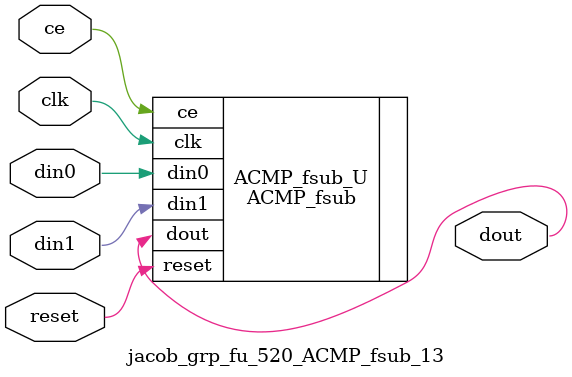
<source format=v>

`timescale 1 ns / 1 ps
module jacob_grp_fu_520_ACMP_fsub_13(
    clk,
    reset,
    ce,
    din0,
    din1,
    dout);

parameter ID = 32'd1;
parameter NUM_STAGE = 32'd1;
parameter din0_WIDTH = 32'd1;
parameter din1_WIDTH = 32'd1;
parameter dout_WIDTH = 32'd1;
input clk;
input reset;
input ce;
input[din0_WIDTH - 1:0] din0;
input[din1_WIDTH - 1:0] din1;
output[dout_WIDTH - 1:0] dout;



ACMP_fsub #(
.ID( ID ),
.NUM_STAGE( 5 ),
.din0_WIDTH( din0_WIDTH ),
.din1_WIDTH( din1_WIDTH ),
.dout_WIDTH( dout_WIDTH ))
ACMP_fsub_U(
    .clk( clk ),
    .reset( reset ),
    .ce( ce ),
    .din0( din0 ),
    .din1( din1 ),
    .dout( dout ));

endmodule

</source>
